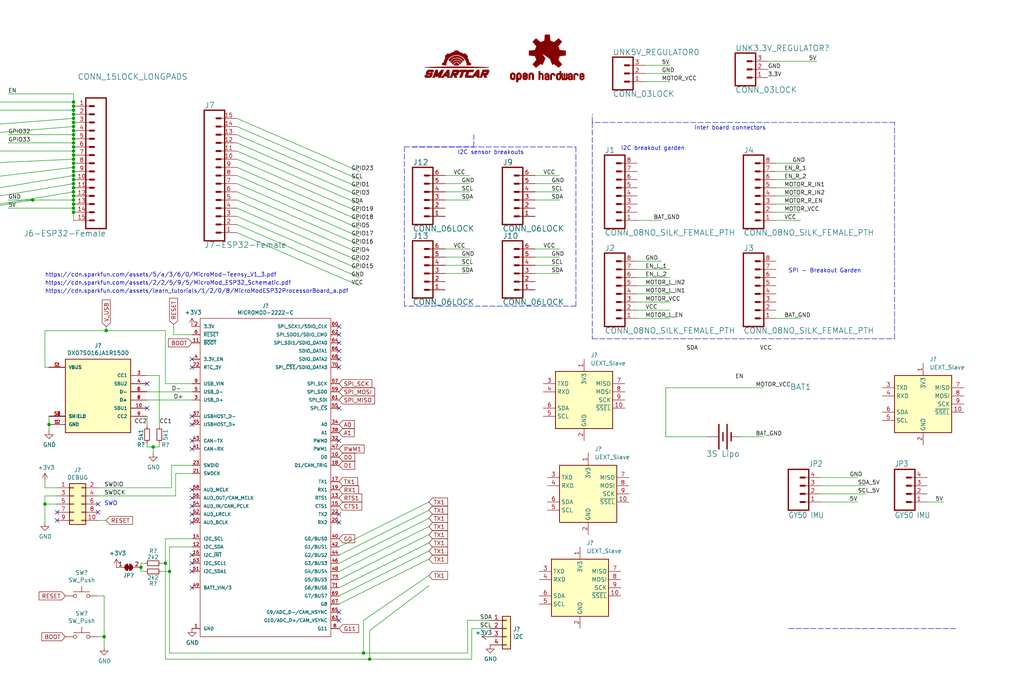
<source format=kicad_sch>
(kicad_sch (version 20211123) (generator eeschema)
  (paper "User" 318.389 210.007)
  (lib_symbols
    (symbol "Connector:UEXT_Slave"
      (property "Reference" "J" (at 6.35 10.16 0))
      (property "Value" "UEXT_Slave" (at 6.35 -10.16 0))
      (symbol "UEXT_Slave_1_1"
        (pin power_out line (at 0 12.7 270) (length 3.81) (name "3V3") (number "1"))
        (pin input line (at 12.7 -2.54 180) (length 3.81) (name "~{SSEL}") (number "10"))
        (pin power_in line (at 0 -12.7 90) (length 3.81) (name "GND") (number "2"))
        (pin input line (at -12.7 5.08 0) (length 3.81) (name "TXD") (number "3"))
        (pin output line (at -12.7 2.54 0) (length 3.81) (name "RXD") (number "4"))
        (pin input line (at -12.7 -5.08 0) (length 3.81) (name "SCL") (number "5"))
        (pin bidirectional line (at -12.7 -2.54 0) (length 3.81) (name "SDA") (number "6"))
        (pin input line (at 12.7 5.08 180) (length 3.81) (name "MISO") (number "7"))
        (pin output line (at 12.7 2.54 180) (length 3.81) (name "MOSI") (number "8"))
        (pin input line (at 12.7 0 180) (length 3.81) (name "SCK") (number "9"))
      )
    )
    (symbol "Connector_Generic:Conn_01x04" (pin_names (offset 1.016) hide)
      (property "Reference" "J" (at 0 5.08 0))
      (property "Value" "Conn_01x04" (at 0 -7.62 0))
      (symbol "Conn_01x04_1_1"
        (pin passive line (at -5.08 2.54 0) (length 3.81) (name "Pin_1") (number "1"))
        (pin passive line (at -5.08 0 0) (length 3.81) (name "Pin_2") (number "2"))
        (pin passive line (at -5.08 -2.54 0) (length 3.81) (name "Pin_3") (number "3"))
        (pin passive line (at -5.08 -5.08 0) (length 3.81) (name "Pin_4") (number "4"))
      )
    )
    (symbol "Connector_Generic:Conn_02x05_Odd_Even" (pin_names (offset 1.016) hide)
      (property "Reference" "J" (at 1.27 7.62 0))
      (property "Value" "Conn_02x05_Odd_Even" (at 1.27 -7.62 0))
      (symbol "Conn_02x05_Odd_Even_1_1"
        (pin passive line (at -5.08 5.08 0) (length 3.81) (name "Pin_1") (number "1"))
        (pin passive line (at 7.62 -5.08 180) (length 3.81) (name "Pin_10") (number "10"))
        (pin passive line (at 7.62 5.08 180) (length 3.81) (name "Pin_2") (number "2"))
        (pin passive line (at -5.08 2.54 0) (length 3.81) (name "Pin_3") (number "3"))
        (pin passive line (at 7.62 2.54 180) (length 3.81) (name "Pin_4") (number "4"))
        (pin passive line (at -5.08 0 0) (length 3.81) (name "Pin_5") (number "5"))
        (pin passive line (at 7.62 0 180) (length 3.81) (name "Pin_6") (number "6"))
        (pin passive line (at -5.08 -2.54 0) (length 3.81) (name "Pin_7") (number "7"))
        (pin passive line (at 7.62 -2.54 180) (length 3.81) (name "Pin_8") (number "8"))
        (pin passive line (at -5.08 -5.08 0) (length 3.81) (name "Pin_9") (number "9"))
      )
    )
    (symbol "Device:R_Small" (pin_numbers hide) (pin_names (offset 0.254) hide)
      (property "Reference" "R" (at 0.762 0.508 0))
      (property "Value" "R_Small" (at 0.762 -1.016 0))
      (symbol "R_Small_1_1"
        (pin passive line (at 0 2.54 270) (length 0.762) (name "~") (number "1"))
        (pin passive line (at 0 -2.54 90) (length 0.762) (name "~") (number "2"))
      )
    )
    (symbol "Jumper:SolderJumper_2_Bridged" (pin_names (offset 0) hide)
      (property "Reference" "JP" (at 0 2.032 0))
      (property "Value" "SolderJumper_2_Bridged" (at 0 -2.54 0))
      (symbol "SolderJumper_2_Bridged_1_1"
        (pin passive line (at -3.81 0 0) (length 2.54) (name "A") (number "1"))
        (pin passive line (at 3.81 0 180) (length 2.54) (name "B") (number "2"))
      )
    )
    (symbol "Switch:SW_Push" (pin_numbers hide) (pin_names (offset 1.016) hide)
      (property "Reference" "SW" (at 1.27 2.54 0))
      (property "Value" "SW_Push" (at 0 -1.524 0))
      (symbol "SW_Push_0_1"
        (pin passive line (at -5.08 0 0) (length 2.54) (name "1") (number "1"))
        (pin passive line (at 5.08 0 180) (length 2.54) (name "2") (number "2"))
      )
    )
    (symbol "mmStep-rescue:+3.3V-power" (power) (pin_names (offset 0))
      (property "Value" "+3.3V-power" (at 0 3.556 0))
      (symbol "+3.3V-power_1_1"
        (pin power_in line (at 0 0 90) (length 0) hide (name "+3V3") (number "1"))
      )
    )
    (symbol "mmStep-rescue:DX07S016JA1R1500-USB" (pin_names (offset 1.016))
      (property "Reference" "J" (at -10.16 11.43 0))
      (property "Value" "DX07S016JA1R1500-USB" (at -10.16 -13.97 0))
      (symbol "DX07S016JA1R1500-USB_0_0"
        (pin power_in line (at 15.24 -10.16 180) (length 5.08) (name "GND") (number "1"))
        (pin passive line (at -15.24 -5.08 0) (length 5.08) (name "SBU1") (number "10"))
        (pin power_in line (at 15.24 7.62 180) (length 5.08) (name "VBUS") (number "11"))
        (pin power_in line (at 15.24 -10.16 180) (length 5.08) (name "GND") (number "12"))
        (pin power_in line (at 15.24 7.62 180) (length 5.08) (name "VBUS") (number "2"))
        (pin passive line (at -15.24 5.08 0) (length 5.08) (name "CC1") (number "3"))
        (pin passive line (at -15.24 2.54 0) (length 5.08) (name "SBU2") (number "4"))
        (pin passive line (at -15.24 0 0) (length 5.08) (name "D-") (number "5"))
        (pin passive line (at -15.24 -2.54 0) (length 5.08) (name "D+") (number "6"))
        (pin passive line (at -15.24 -2.54 0) (length 5.08) (name "D+") (number "7"))
        (pin passive line (at -15.24 0 0) (length 5.08) (name "D-") (number "8"))
        (pin passive line (at -15.24 -7.62 0) (length 5.08) (name "CC2") (number "9"))
        (pin passive line (at 15.24 -7.62 180) (length 5.08) (name "SHIELD") (number "S1"))
        (pin passive line (at 15.24 -7.62 180) (length 5.08) (name "SHIELD") (number "S2"))
        (pin passive line (at 15.24 -7.62 180) (length 5.08) (name "SHIELD") (number "S3"))
        (pin passive line (at 15.24 -7.62 180) (length 5.08) (name "SHIELD") (number "S4"))
        (pin passive line (at 15.24 -7.62 180) (length 5.08) (name "SHIELD") (number "S5"))
        (pin passive line (at 15.24 -7.62 180) (length 5.08) (name "SHIELD") (number "S6"))
      )
    )
    (symbol "mmStep-rescue:MICROMOD-2222-C-SparkFun-MicroMod" (pin_names (offset 1.016))
      (property "Reference" "J" (at -20.32 53.848 0))
      (property "Value" "MICROMOD-2222-C-SparkFun-MicroMod" (at -20.32 -48.26 0))
      (symbol "MICROMOD-2222-C-SparkFun-MicroMod_1_1"
        (pin bidirectional line (at -22.86 -43.18 0) (length 2.54) (name "GND") (number "1"))
        (pin bidirectional line (at 22.86 10.16 180) (length 2.54) (name "D0") (number "10"))
        (pin bidirectional line (at -22.86 45.72 0) (length 2.54) (name "~{BOOT}") (number "11"))
        (pin bidirectional line (at -22.86 -17.78 0) (length 2.54) (name "I2C_SDA") (number "12"))
        (pin bidirectional line (at 22.86 -2.54 180) (length 2.54) (name "RTS1") (number "13"))
        (pin bidirectional line (at -22.86 -15.24 0) (length 2.54) (name "I2C_SCL") (number "14"))
        (pin bidirectional line (at 22.86 -5.08 180) (length 2.54) (name "CTS1") (number "15"))
        (pin bidirectional line (at -22.86 -20.32 0) (length 2.54) (name "I2C_~{INT}") (number "16"))
        (pin bidirectional line (at 22.86 2.54 180) (length 2.54) (name "TX1") (number "17"))
        (pin bidirectional line (at 22.86 7.62 180) (length 2.54) (name "D1/CAM_TRIG") (number "18"))
        (pin bidirectional line (at 22.86 0 180) (length 2.54) (name "RX1") (number "19"))
        (pin power_in line (at -22.86 50.8 0) (length 2.54) (name "3.3V") (number "2"))
        (pin bidirectional line (at 22.86 -10.16 180) (length 2.54) (name "RX2") (number "20"))
        (pin bidirectional line (at -22.86 5.08 0) (length 2.54) (name "SWDCK") (number "21"))
        (pin bidirectional line (at 22.86 -7.62 180) (length 2.54) (name "TX2") (number "22"))
        (pin bidirectional line (at -22.86 7.62 0) (length 2.54) (name "SWDIO") (number "23"))
        (pin bidirectional line (at -22.86 27.94 0) (length 2.54) (name "USB_D+") (number "3"))
        (pin bidirectional line (at 22.86 15.24 180) (length 2.54) (name "PWM0") (number "32"))
        (pin bidirectional line (at -22.86 -43.18 0) (length 2.54) hide (name "GND") (number "33"))
        (pin bidirectional line (at 22.86 20.32 180) (length 2.54) (name "A0") (number "34"))
        (pin bidirectional line (at -22.86 20.32 0) (length 2.54) (name "USBHOST_D+") (number "35"))
        (pin bidirectional line (at -22.86 -43.18 0) (length 2.54) hide (name "GND") (number "36"))
        (pin bidirectional line (at -22.86 22.86 0) (length 2.54) (name "USBHOST_D-") (number "37"))
        (pin bidirectional line (at 22.86 17.78 180) (length 2.54) (name "A1") (number "38"))
        (pin bidirectional line (at -22.86 -43.18 0) (length 2.54) hide (name "GND") (number "39"))
        (pin bidirectional line (at -22.86 40.64 0) (length 2.54) (name "3.3V_EN") (number "4"))
        (pin bidirectional line (at 22.86 -15.24 180) (length 2.54) (name "G0/BUS0") (number "40"))
        (pin bidirectional line (at -22.86 12.7 0) (length 2.54) (name "CAN-RX") (number "41"))
        (pin bidirectional line (at 22.86 -17.78 180) (length 2.54) (name "G1/BUS1") (number "42"))
        (pin bidirectional line (at -22.86 15.24 0) (length 2.54) (name "CAN-TX") (number "43"))
        (pin bidirectional line (at 22.86 -20.32 180) (length 2.54) (name "G2/BUS2") (number "44"))
        (pin bidirectional line (at -22.86 -43.18 0) (length 2.54) hide (name "GND") (number "45"))
        (pin bidirectional line (at 22.86 -22.86 180) (length 2.54) (name "G3/BUS3") (number "46"))
        (pin bidirectional line (at 22.86 12.7 180) (length 2.54) (name "PWM1") (number "47"))
        (pin bidirectional line (at 22.86 -25.4 180) (length 2.54) (name "G4/BUS4") (number "48"))
        (pin bidirectional line (at -22.86 -30.48 0) (length 2.54) (name "BATT_VIN/3") (number "49"))
        (pin bidirectional line (at -22.86 30.48 0) (length 2.54) (name "USB_D-") (number "5"))
        (pin bidirectional line (at -22.86 -10.16 0) (length 2.54) (name "AUD_BCLK") (number "50"))
        (pin bidirectional line (at -22.86 -25.4 0) (length 2.54) (name "I2C_SDA1") (number "51"))
        (pin bidirectional line (at -22.86 -7.62 0) (length 2.54) (name "AUD_LRCLK") (number "52"))
        (pin bidirectional line (at -22.86 -22.86 0) (length 2.54) (name "I2C_SCL1") (number "53"))
        (pin bidirectional line (at -22.86 -5.08 0) (length 2.54) (name "AUD_IN/CAM_PCLK") (number "54"))
        (pin bidirectional line (at 22.86 25.4 180) (length 2.54) (name "SPI_~{CS}") (number "55"))
        (pin bidirectional line (at -22.86 -2.54 0) (length 2.54) (name "AUD_OUT/CAM_MCLK") (number "56"))
        (pin bidirectional line (at 22.86 33.02 180) (length 2.54) (name "SPI_SCK") (number "57"))
        (pin bidirectional line (at -22.86 0 0) (length 2.54) (name "AUD_MCLK") (number "58"))
        (pin bidirectional line (at 22.86 30.48 180) (length 2.54) (name "SPI_SDO") (number "59"))
        (pin bidirectional line (at -22.86 48.26 0) (length 2.54) (name "~{RESET}") (number "6"))
        (pin bidirectional line (at 22.86 50.8 180) (length 2.54) (name "SPI_SCK1/SDIO_CLK") (number "60"))
        (pin bidirectional line (at 22.86 27.94 180) (length 2.54) (name "SPI_SDI") (number "61"))
        (pin bidirectional line (at 22.86 48.26 180) (length 2.54) (name "SPI_SDO1/SDIO_CMD") (number "62"))
        (pin bidirectional line (at 22.86 -40.64 180) (length 2.54) (name "G10/ADC_D+/CAM_VSYNC") (number "63"))
        (pin bidirectional line (at 22.86 45.72 180) (length 2.54) (name "SPI_SDI1/SDIO_DATA0") (number "64"))
        (pin bidirectional line (at 22.86 -38.1 180) (length 2.54) (name "G9/ADC_D-/CAM_HSYNC") (number "65"))
        (pin bidirectional line (at 22.86 43.18 180) (length 2.54) (name "SDIO_DATA1") (number "66"))
        (pin bidirectional line (at 22.86 -35.56 180) (length 2.54) (name "G8") (number "67"))
        (pin bidirectional line (at 22.86 40.64 180) (length 2.54) (name "SDIO_DATA2") (number "68"))
        (pin bidirectional line (at 22.86 -33.02 180) (length 2.54) (name "G7/BUS7") (number "69"))
        (pin bidirectional line (at -22.86 -43.18 0) (length 2.54) hide (name "GND") (number "7"))
        (pin bidirectional line (at 22.86 38.1 180) (length 2.54) (name "SPI_~{CS1}/SDIO_DATA3") (number "70"))
        (pin bidirectional line (at 22.86 -30.48 180) (length 2.54) (name "G6/BUS6") (number "71"))
        (pin bidirectional line (at -22.86 38.1 0) (length 2.54) (name "RTC_3V") (number "72"))
        (pin bidirectional line (at 22.86 -27.94 180) (length 2.54) (name "G5/BUS5") (number "73"))
        (pin power_in line (at -22.86 50.8 0) (length 2.54) hide (name "3.3V") (number "74"))
        (pin bidirectional line (at -22.86 -43.18 0) (length 2.54) hide (name "GND") (number "75"))
        (pin bidirectional line (at 22.86 -43.18 180) (length 2.54) (name "G11") (number "8"))
        (pin bidirectional line (at -22.86 33.02 0) (length 2.54) (name "USB_VIN") (number "9"))
      )
    )
    (symbol "modules_board-eagle-import:AA-BATTERY-PTH"
      (property "Reference" "BAT" (at 0 4.318 0))
      (property "Value" "AA-BATTERY-PTH" (at 0 -4.318 0))
      (symbol "AA-BATTERY-PTH_1_0"
        (pin power_in line (at 5.08 0 180) (length 2.54) (name "-") (number "NEG"))
        (pin power_in line (at -5.08 0 0) (length 2.54) (name "+") (number "POS"))
      )
    )
    (symbol "modules_board-eagle-import:CONN_03LOCK"
      (property "Reference" "J" (at -2.54 5.588 0))
      (property "Value" "CONN_03LOCK" (at -2.54 -7.366 0))
      (symbol "CONN_03LOCK_1_0"
        (pin passive line (at 7.62 -2.54 180) (length 5.08) (name "1") (number "1"))
        (pin passive line (at 7.62 0 180) (length 5.08) (name "2") (number "2"))
        (pin passive line (at 7.62 2.54 180) (length 5.08) (name "3") (number "3"))
      )
    )
    (symbol "modules_board-eagle-import:CONN_06LOCK"
      (property "Reference" "J" (at -5.08 10.668 0))
      (property "Value" "CONN_06LOCK" (at -5.08 -9.906 0))
      (symbol "CONN_06LOCK_1_0"
        (pin passive line (at 5.08 -5.08 180) (length 5.08) (name "1") (number "1"))
        (pin passive line (at 5.08 -2.54 180) (length 5.08) (name "2") (number "2"))
        (pin passive line (at 5.08 0 180) (length 5.08) (name "3") (number "3"))
        (pin passive line (at 5.08 2.54 180) (length 5.08) (name "4") (number "4"))
        (pin passive line (at 5.08 5.08 180) (length 5.08) (name "5") (number "5"))
        (pin passive line (at 5.08 7.62 180) (length 5.08) (name "6") (number "6"))
      )
    )
    (symbol "modules_board-eagle-import:CONN_08NO_SILK_FEMALE_PTH"
      (property "Reference" "J" (at -5.08 13.208 0))
      (property "Value" "CONN_08NO_SILK_FEMALE_PTH" (at -5.08 -12.446 0))
      (symbol "CONN_08NO_SILK_FEMALE_PTH_1_0"
        (pin passive line (at 5.08 -7.62 180) (length 5.08) (name "1") (number "1"))
        (pin passive line (at 5.08 -5.08 180) (length 5.08) (name "2") (number "2"))
        (pin passive line (at 5.08 -2.54 180) (length 5.08) (name "3") (number "3"))
        (pin passive line (at 5.08 0 180) (length 5.08) (name "4") (number "4"))
        (pin passive line (at 5.08 2.54 180) (length 5.08) (name "5") (number "5"))
        (pin passive line (at 5.08 5.08 180) (length 5.08) (name "6") (number "6"))
        (pin passive line (at 5.08 7.62 180) (length 5.08) (name "7") (number "7"))
        (pin passive line (at 5.08 10.16 180) (length 5.08) (name "8") (number "8"))
      )
    )
    (symbol "modules_board-eagle-import:CONN_15LOCK_LONGPADS"
      (property "Reference" "J" (at 0 20.828 0))
      (property "Value" "CONN_15LOCK_LONGPADS" (at 0 -22.606 0))
      (symbol "CONN_15LOCK_LONGPADS_1_0"
        (pin passive line (at 10.16 -17.78 180) (length 5.08) (name "1") (number "1"))
        (pin passive line (at 10.16 5.08 180) (length 5.08) (name "10") (number "10"))
        (pin passive line (at 10.16 7.62 180) (length 5.08) (name "11") (number "11"))
        (pin passive line (at 10.16 10.16 180) (length 5.08) (name "12") (number "12"))
        (pin passive line (at 10.16 12.7 180) (length 5.08) (name "13") (number "13"))
        (pin passive line (at 10.16 15.24 180) (length 5.08) (name "14") (number "14"))
        (pin passive line (at 10.16 17.78 180) (length 5.08) (name "15") (number "15"))
        (pin passive line (at 10.16 -15.24 180) (length 5.08) (name "2") (number "2"))
        (pin passive line (at 10.16 -12.7 180) (length 5.08) (name "3") (number "3"))
        (pin passive line (at 10.16 -10.16 180) (length 5.08) (name "4") (number "4"))
        (pin passive line (at 10.16 -7.62 180) (length 5.08) (name "5") (number "5"))
        (pin passive line (at 10.16 -5.08 180) (length 5.08) (name "6") (number "6"))
        (pin passive line (at 10.16 -2.54 180) (length 5.08) (name "7") (number "7"))
        (pin passive line (at 10.16 0 180) (length 5.08) (name "8") (number "8"))
        (pin passive line (at 10.16 2.54 180) (length 5.08) (name "9") (number "9"))
      )
    )
    (symbol "modules_board-eagle-import:CONN_15LOCK_NO_SILK"
      (property "Reference" "J" (at 0 20.828 0))
      (property "Value" "CONN_15LOCK_NO_SILK" (at 0 -22.606 0))
      (symbol "CONN_15LOCK_NO_SILK_1_0"
        (pin passive line (at 10.16 -17.78 180) (length 5.08) (name "1") (number "1"))
        (pin passive line (at 10.16 5.08 180) (length 5.08) (name "10") (number "10"))
        (pin passive line (at 10.16 7.62 180) (length 5.08) (name "11") (number "11"))
        (pin passive line (at 10.16 10.16 180) (length 5.08) (name "12") (number "12"))
        (pin passive line (at 10.16 12.7 180) (length 5.08) (name "13") (number "13"))
        (pin passive line (at 10.16 15.24 180) (length 5.08) (name "14") (number "14"))
        (pin passive line (at 10.16 17.78 180) (length 5.08) (name "15") (number "15"))
        (pin passive line (at 10.16 -15.24 180) (length 5.08) (name "2") (number "2"))
        (pin passive line (at 10.16 -12.7 180) (length 5.08) (name "3") (number "3"))
        (pin passive line (at 10.16 -10.16 180) (length 5.08) (name "4") (number "4"))
        (pin passive line (at 10.16 -7.62 180) (length 5.08) (name "5") (number "5"))
        (pin passive line (at 10.16 -5.08 180) (length 5.08) (name "6") (number "6"))
        (pin passive line (at 10.16 -2.54 180) (length 5.08) (name "7") (number "7"))
        (pin passive line (at 10.16 0 180) (length 5.08) (name "8") (number "8"))
        (pin passive line (at 10.16 2.54 180) (length 5.08) (name "9") (number "9"))
      )
    )
    (symbol "modules_board-eagle-import:M04NO_SILK_ALL_ROUND"
      (property "Reference" "JP" (at -5.08 8.382 0))
      (property "Value" "M04NO_SILK_ALL_ROUND" (at -5.08 -7.62 0))
      (symbol "M04NO_SILK_ALL_ROUND_1_0"
        (pin passive line (at 5.08 -2.54 180) (length 5.08) (name "1") (number "1"))
        (pin passive line (at 5.08 0 180) (length 5.08) (name "2") (number "2"))
        (pin passive line (at 5.08 2.54 180) (length 5.08) (name "3") (number "3"))
        (pin passive line (at 5.08 5.08 180) (length 5.08) (name "4") (number "4"))
      )
    )
    (symbol "modules_board-eagle-import:OSHW-LOGOL")
    (symbol "modules_board-eagle-import:SMARTCAR_LOGOMEDIUM")
    (symbol "power:+3V3" (power) (pin_names (offset 0))
      (property "Value" "+3V3" (at 0 3.556 0))
      (symbol "+3V3_1_1"
        (pin power_in line (at 0 0 90) (length 0) hide (name "+3V3") (number "1"))
      )
    )
    (symbol "power:GND" (power) (pin_names (offset 0))
      (property "Value" "GND" (at 0 -3.81 0))
      (symbol "GND_1_1"
        (pin power_in line (at 0 0 270) (length 0) hide (name "GND") (number "1"))
      )
    )
  )
  (junction (at 22.86 49.53))
  (junction (at 22.86 53.34))
  (junction (at 22.86 63.5))
  (junction (at 22.86 64.77))
  (junction (at 22.86 33.02))
  (junction (at 22.86 60.96))
  (junction (at 32.385 198.12))
  (junction (at 22.86 62.23))
  (junction (at 22.86 44.45))
  (junction (at 22.86 36.83))
  (junction (at 22.86 54.61))
  (junction (at 114.935 205.105))
  (junction (at 52.705 177.8))
  (junction (at 22.86 66.04))
  (junction (at 13.97 156.845))
  (junction (at 22.86 35.56))
  (junction (at 22.86 31.75))
  (junction (at 22.86 43.18))
  (junction (at 22.86 59.69))
  (junction (at 22.86 34.29))
  (junction (at 22.86 50.8))
  (junction (at 22.86 40.64))
  (junction (at 22.86 57.15))
  (junction (at 10.16 62.23))
  (junction (at 15.24 132.08))
  (junction (at 43.815 176.53))
  (junction (at 22.86 58.42))
  (junction (at 22.86 41.91))
  (junction (at 22.86 38.1))
  (junction (at 33.02 102.87))
  (junction (at 22.86 39.37))
  (junction (at 22.86 46.99))
  (junction (at 22.86 55.88))
  (junction (at 47.625 139.065))
  (junction (at 22.86 45.72))
  (junction (at 22.86 52.07))
  (junction (at 113.03 203.2))
  (junction (at 51.435 175.26))
  (junction (at 22.86 48.26))
  (no_connect (at 59.69 162.56))
  (no_connect (at 105.41 162.56))
  (no_connect (at 59.69 182.88))
  (no_connect (at 17.78 159.385))
  (no_connect (at 105.41 190.5))
  (no_connect (at 105.41 193.04))
  (no_connect (at 59.69 111.76))
  (no_connect (at 17.78 161.925))
  (no_connect (at 59.69 152.4))
  (no_connect (at 59.69 160.02))
  (no_connect (at 59.69 157.48))
  (no_connect (at 59.69 154.94))
  (no_connect (at 105.41 106.68))
  (no_connect (at 59.69 177.8))
  (no_connect (at 105.41 109.22))
  (no_connect (at 59.69 129.54))
  (no_connect (at 59.69 172.72))
  (no_connect (at 59.69 132.08))
  (no_connect (at 105.41 114.3))
  (no_connect (at 45.72 119.38))
  (no_connect (at 59.69 175.26))
  (no_connect (at 105.41 104.14))
  (no_connect (at 59.69 137.16))
  (no_connect (at 105.41 137.16))
  (no_connect (at 30.48 156.845))
  (no_connect (at 59.69 114.3))
  (no_connect (at 30.48 159.385))
  (no_connect (at 105.41 101.6))
  (no_connect (at 105.41 127))
  (no_connect (at 105.41 111.76))
  (no_connect (at 105.41 160.02))
  (no_connect (at 45.72 127))
  (no_connect (at 59.69 139.7))
  (wire (pts (xy 22.86 41.91) (xy 2.54 41.91)))
  (wire (pts (xy 22.86 55.88) (xy 22.86 54.61)))
  (wire (pts (xy 198.12 99.06) (xy 208.28 99.06)))
  (wire (pts (xy 152.4 195.58) (xy 146.685 195.58)))
  (wire (pts (xy 22.86 66.04) (xy 22.86 64.77)))
  (polyline (pts (xy 184.15 38.1) (xy 184.15 105.41)))
  (wire (pts (xy 13.97 151.765) (xy 13.97 149.86)))
  (wire (pts (xy 30.48 154.305) (xy 54.61 154.305)))
  (wire (pts (xy 207.01 135.89) (xy 219.71 135.89)))
  (wire (pts (xy 241.3 68.58) (xy 248.92 68.58)))
  (wire (pts (xy 73.66 72.39) (xy 111.76 88.9)))
  (wire (pts (xy 22.86 57.15) (xy 22.86 55.88)))
  (wire (pts (xy 51.435 119.38) (xy 51.435 102.87)))
  (polyline (pts (xy 297.18 195.58) (xy 245.11 195.58)))
  (wire (pts (xy 255.27 156.21) (xy 266.7 156.21)))
  (wire (pts (xy 198.12 88.9) (xy 208.28 88.9)))
  (wire (pts (xy 22.86 38.1) (xy 22.86 36.83)))
  (wire (pts (xy 200.66 20.32) (xy 208.28 20.32)))
  (wire (pts (xy 22.86 45.72) (xy 22.86 44.45)))
  (wire (pts (xy 32.385 198.12) (xy 32.385 185.42)))
  (polyline (pts (xy 125.73 95.25) (xy 125.73 45.72)))
  (wire (pts (xy 114.935 196.215) (xy 133.35 182.245)))
  (wire (pts (xy 52.705 203.2) (xy 52.705 177.8)))
  (wire (pts (xy 51.435 175.26) (xy 51.435 205.105)))
  (wire (pts (xy 13.97 114.3) (xy 15.24 114.3)))
  (wire (pts (xy 50.165 177.8) (xy 52.705 177.8)))
  (wire (pts (xy 105.41 185.42) (xy 133.35 171.45)))
  (wire (pts (xy 22.86 53.34) (xy 22.86 52.07)))
  (wire (pts (xy 22.86 46.99) (xy -22.86 46.99)))
  (wire (pts (xy 207.01 120.65) (xy 237.49 120.65)))
  (wire (pts (xy 22.86 59.69) (xy 22.86 58.42)))
  (wire (pts (xy 22.86 34.29) (xy 22.86 33.02)))
  (wire (pts (xy 43.815 176.53) (xy 43.815 177.8)))
  (wire (pts (xy 255.27 148.59) (xy 266.7 148.59)))
  (wire (pts (xy 30.48 151.765) (xy 53.34 151.765)))
  (wire (pts (xy 241.3 58.42) (xy 248.92 58.42)))
  (wire (pts (xy 241.3 50.8) (xy 248.92 50.8)))
  (wire (pts (xy 138.43 80.01) (xy 146.05 80.01)))
  (wire (pts (xy 53.975 104.14) (xy 59.69 104.14)))
  (wire (pts (xy 10.16 62.23) (xy 2.54 62.23)))
  (wire (pts (xy 13.97 156.845) (xy 13.97 162.56)))
  (wire (pts (xy 17.78 151.765) (xy 13.97 151.765)))
  (wire (pts (xy 43.815 177.8) (xy 45.085 177.8)))
  (wire (pts (xy 22.86 64.77) (xy 22.86 63.5)))
  (wire (pts (xy 22.86 31.75) (xy -10.16 31.75)))
  (wire (pts (xy 22.86 33.02) (xy 22.86 31.75)))
  (wire (pts (xy 53.34 144.78) (xy 59.69 144.78)))
  (wire (pts (xy 22.86 49.53) (xy 22.86 48.26)))
  (wire (pts (xy 22.86 34.29) (xy -10.16 34.29)))
  (polyline (pts (xy 278.13 105.41) (xy 278.13 38.1)))
  (wire (pts (xy 200.66 25.4) (xy 208.28 25.4)))
  (wire (pts (xy 13.97 102.87) (xy 13.97 114.3)))
  (wire (pts (xy 73.66 46.99) (xy 111.76 63.5)))
  (wire (pts (xy 146.685 195.58) (xy 146.685 205.105)))
  (wire (pts (xy 238.76 19.05) (xy 254 19.05)))
  (wire (pts (xy 73.66 64.77) (xy 111.76 81.28)))
  (wire (pts (xy -5.08 50.8) (xy -26.67 53.34)))
  (wire (pts (xy 138.43 57.15) (xy 146.05 57.15)))
  (wire (pts (xy 47.625 140.97) (xy 47.625 139.065)))
  (wire (pts (xy 166.37 62.23) (xy 173.99 62.23)))
  (wire (pts (xy 166.37 54.61) (xy 173.99 54.61)))
  (wire (pts (xy 138.43 59.69) (xy 146.05 59.69)))
  (polyline (pts (xy 128.27 45.72) (xy 179.07 45.72)))
  (wire (pts (xy 255.27 153.67) (xy 269.24 153.67)))
  (wire (pts (xy 241.3 55.88) (xy 248.92 55.88)))
  (wire (pts (xy 166.37 85.09) (xy 173.99 85.09)))
  (wire (pts (xy 22.86 36.83) (xy -10.16 39.37)))
  (wire (pts (xy 52.705 170.18) (xy 59.69 170.18)))
  (wire (pts (xy 73.66 36.83) (xy 111.76 53.34)))
  (wire (pts (xy 166.37 57.15) (xy 173.99 57.15)))
  (wire (pts (xy 43.815 175.26) (xy 43.815 176.53)))
  (wire (pts (xy 22.86 43.18) (xy 22.86 41.91)))
  (wire (pts (xy 105.41 170.18) (xy 133.35 156.21)))
  (wire (pts (xy 22.86 36.83) (xy 22.86 35.56)))
  (wire (pts (xy 166.37 77.47) (xy 173.99 77.47)))
  (wire (pts (xy 105.41 177.8) (xy 133.35 163.83)))
  (wire (pts (xy 22.86 68.58) (xy 22.86 66.04)))
  (wire (pts (xy 15.24 133.985) (xy 15.24 132.08)))
  (wire (pts (xy 22.86 54.61) (xy 22.86 53.34)))
  (polyline (pts (xy 278.13 38.1) (xy 184.15 38.1)))
  (wire (pts (xy 32.385 185.42) (xy 30.48 185.42)))
  (wire (pts (xy 22.86 44.45) (xy 22.86 43.18)))
  (wire (pts (xy 59.69 167.64) (xy 51.435 167.64)))
  (wire (pts (xy 22.86 64.77) (xy 2.54 64.77)))
  (wire (pts (xy 73.66 62.23) (xy 111.76 78.74)))
  (wire (pts (xy -8.89 60.96) (xy 0 60.96)))
  (wire (pts (xy 59.69 119.38) (xy 51.435 119.38)))
  (wire (pts (xy 241.3 60.96) (xy 248.92 60.96)))
  (wire (pts (xy 73.66 59.69) (xy 111.76 76.2)))
  (wire (pts (xy 241.3 99.06) (xy 248.92 99.06)))
  (wire (pts (xy 51.435 205.105) (xy 114.935 205.105)))
  (wire (pts (xy 73.66 67.31) (xy 111.76 83.82)))
  (wire (pts (xy 229.87 135.89) (xy 237.49 135.89)))
  (wire (pts (xy 22.86 52.07) (xy 22.86 50.8)))
  (wire (pts (xy 145.415 193.04) (xy 152.4 193.04)))
  (wire (pts (xy -8.89 55.88) (xy 22.86 52.07)))
  (wire (pts (xy 241.3 53.34) (xy 248.92 53.34)))
  (wire (pts (xy 33.02 102.87) (xy 51.435 102.87)))
  (wire (pts (xy -5.08 50.8) (xy 22.86 49.53)))
  (wire (pts (xy 198.12 91.44) (xy 208.28 91.44)))
  (wire (pts (xy 22.86 48.26) (xy 22.86 46.99)))
  (polyline (pts (xy 184.15 38.1) (xy 184.15 35.56)))
  (wire (pts (xy 0 60.96) (xy 22.86 57.15)))
  (wire (pts (xy 0 58.42) (xy 22.86 54.61)))
  (wire (pts (xy -8.89 58.42) (xy 0 58.42)))
  (wire (pts (xy 22.86 40.64) (xy 22.86 39.37)))
  (wire (pts (xy 207.01 120.65) (xy 207.01 135.89)))
  (polyline (pts (xy 179.07 45.72) (xy 179.07 95.25)))
  (wire (pts (xy -7.62 64.77) (xy -20.32 67.31)))
  (wire (pts (xy 138.43 54.61) (xy 146.05 54.61)))
  (wire (pts (xy 49.53 116.84) (xy 45.72 116.84)))
  (wire (pts (xy 198.12 81.28) (xy 205.74 81.28)))
  (wire (pts (xy 45.085 175.26) (xy 43.815 175.26)))
  (wire (pts (xy -8.89 55.88) (xy -26.67 55.88)))
  (wire (pts (xy 138.43 82.55) (xy 146.05 82.55)))
  (polyline (pts (xy 184.15 105.41) (xy 278.13 105.41)))
  (wire (pts (xy 105.41 175.26) (xy 133.35 161.29)))
  (wire (pts (xy 138.43 62.23) (xy 146.05 62.23)))
  (wire (pts (xy 73.66 44.45) (xy 111.76 60.96)))
  (wire (pts (xy 288.29 156.21) (xy 293.37 156.21)))
  (wire (pts (xy 114.935 205.105) (xy 114.935 196.215)))
  (wire (pts (xy 73.66 52.07) (xy 111.76 68.58)))
  (wire (pts (xy 59.69 147.32) (xy 54.61 147.32)))
  (wire (pts (xy 198.12 86.36) (xy 208.28 86.36)))
  (wire (pts (xy 22.86 58.42) (xy 22.86 57.15)))
  (wire (pts (xy 105.41 182.88) (xy 133.35 168.91)))
  (wire (pts (xy 73.66 54.61) (xy 111.76 71.12)))
  (wire (pts (xy 22.86 63.5) (xy 22.86 62.23)))
  (wire (pts (xy 22.86 62.23) (xy 10.16 62.23)))
  (wire (pts (xy 166.37 82.55) (xy 173.99 82.55)))
  (wire (pts (xy 33.02 102.87) (xy 13.97 102.87)))
  (wire (pts (xy 22.86 41.91) (xy 22.86 40.64)))
  (wire (pts (xy 22.86 39.37) (xy 22.86 38.1)))
  (wire (pts (xy 255.27 151.13) (xy 269.24 151.13)))
  (wire (pts (xy 166.37 59.69) (xy 173.99 59.69)))
  (wire (pts (xy 49.53 139.065) (xy 49.53 137.795)))
  (wire (pts (xy -7.62 64.77) (xy 22.86 59.69)))
  (wire (pts (xy 105.41 187.96) (xy 133.35 173.99)))
  (wire (pts (xy 52.705 177.8) (xy 52.705 170.18)))
  (wire (pts (xy 145.415 203.2) (xy 145.415 193.04)))
  (wire (pts (xy -20.32 67.31) (xy 10.16 62.23)))
  (wire (pts (xy 73.66 39.37) (xy 111.76 55.88)))
  (wire (pts (xy 52.705 203.2) (xy 113.03 203.2)))
  (wire (pts (xy 138.43 85.09) (xy 146.05 85.09)))
  (wire (pts (xy 113.03 203.2) (xy 113.03 193.04)))
  (wire (pts (xy 45.72 137.795) (xy 45.72 139.065)))
  (polyline (pts (xy 125.73 45.72) (xy 147.32 45.72)))
  (wire (pts (xy 30.48 198.12) (xy 32.385 198.12)))
  (wire (pts (xy 45.72 132.715) (xy 45.72 129.54)))
  (wire (pts (xy 200.66 22.86) (xy 208.28 22.86)))
  (wire (pts (xy 113.03 193.04) (xy 133.35 179.07)))
  (wire (pts (xy 32.385 201.295) (xy 32.385 198.12)))
  (wire (pts (xy 53.34 144.78) (xy 53.34 151.765)))
  (wire (pts (xy 49.53 132.715) (xy 49.53 116.84)))
  (wire (pts (xy 113.03 203.2) (xy 145.415 203.2)))
  (wire (pts (xy 22.86 62.23) (xy 22.86 60.96)))
  (wire (pts (xy 73.66 57.15) (xy 111.76 73.66)))
  (wire (pts (xy 198.12 96.52) (xy 208.28 96.52)))
  (wire (pts (xy 22.86 29.21) (xy 22.86 31.75)))
  (wire (pts (xy 47.625 139.065) (xy 49.53 139.065)))
  (wire (pts (xy 138.43 77.47) (xy 146.05 77.47)))
  (wire (pts (xy 241.3 66.04) (xy 248.92 66.04)))
  (wire (pts (xy 166.37 80.01) (xy 173.99 80.01)))
  (wire (pts (xy 50.165 175.26) (xy 51.435 175.26)))
  (wire (pts (xy 13.97 154.305) (xy 13.97 156.845)))
  (wire (pts (xy 22.86 35.56) (xy 22.86 34.29)))
  (wire (pts (xy 53.975 100.965) (xy 53.975 104.14)))
  (wire (pts (xy 105.41 172.72) (xy 133.35 158.75)))
  (wire (pts (xy 45.72 121.92) (xy 59.69 121.92)))
  (polyline (pts (xy 179.07 95.25) (xy 125.73 95.25)))
  (wire (pts (xy 15.24 129.54) (xy 15.24 132.08)))
  (wire (pts (xy 51.435 167.64) (xy 51.435 175.26)))
  (wire (pts (xy 45.72 139.065) (xy 47.625 139.065)))
  (wire (pts (xy -8.89 58.42) (xy -21.59 60.96)))
  (wire (pts (xy 22.86 39.37) (xy -8.89 41.91)))
  (wire (pts (xy 17.78 154.305) (xy 13.97 154.305)))
  (wire (pts (xy 22.86 44.45) (xy 2.54 44.45)))
  (wire (pts (xy 45.72 124.46) (xy 59.69 124.46)))
  (wire (pts (xy 73.66 49.53) (xy 111.76 66.04)))
  (wire (pts (xy 198.12 68.58) (xy 205.74 68.58)))
  (wire (pts (xy -8.89 60.96) (xy -21.59 63.5)))
  (wire (pts (xy 146.685 205.105) (xy 114.935 205.105)))
  (wire (pts (xy 198.12 93.98) (xy 208.28 93.98)))
  (polyline (pts (xy 147.32 45.72) (xy 147.32 41.91)))
  (wire (pts (xy 73.66 69.85) (xy 111.76 86.36)))
  (wire (pts (xy 198.12 83.82) (xy 208.28 83.82)))
  (wire (pts (xy 73.66 41.91) (xy 111.76 58.42)))
  (wire (pts (xy 30.48 161.925) (xy 33.02 161.925)))
  (wire (pts (xy 241.3 63.5) (xy 248.92 63.5)))
  (wire (pts (xy 22.86 50.8) (xy 22.86 49.53)))
  (wire (pts (xy 54.61 147.32) (xy 54.61 154.305)))
  (wire (pts (xy 17.78 156.845) (xy 13.97 156.845)))
  (wire (pts (xy 105.41 180.34) (xy 133.35 166.37)))
  (wire (pts (xy 22.86 29.21) (xy 2.54 29.21)))
  (wire (pts (xy 33.02 101.6) (xy 33.02 102.87)))
  (wire (pts (xy 22.86 60.96) (xy 22.86 59.69)))
  (wire (pts (xy 22.86 46.99) (xy 22.86 45.72)))
  (text "https://cdn.sparkfun.com/assets/5/a/3/6/0/MicroMod-Teensy_V1_3.pdf" (at 13.97 86.36 0) (effects (font (size 1.27 1.27)) (justify left bottom)))
  (text "SWO" (at 32.385 157.48 0) (effects (font (size 1.27 1.27)) (justify left bottom)))
  (text "https://cdn.sparkfun.com/assets/2/2/5/9/5/MicroMod_ESP32_Schematic.pdf" (at 13.97 88.9 0) (effects (font (size 1.27 1.27)) (justify left bottom)))
  (text "I2C breakout garden" (at 193.04 46.99 0) (effects (font (size 1.27 1.27)) (justify left bottom)))
  (text "SPI - Breakout Garden" (at 245.11 85.09 0) (effects (font (size 1.27 1.27)) (justify left bottom)))
  (text "I2C sensor breakouts" (at 142.24 48.26 0) (effects (font (size 1.27 1.27)) (justify left bottom)))
  (text "Inter board connectors" (at 215.9 40.64 0) (effects (font (size 1.27 1.27)) (justify left bottom)))
  (text "https://cdn.sparkfun.com/assets/learn_tutorials/1/2/0/8/MicroModESP32ProcessorBoard_a.pdf" (at 13.97 91.44 0) (effects (font (size 1.27 1.27)) (justify left bottom)))
  (label "VCC" (at 236.22 109.22 0) (effects (font (size 1.2446 1.2446))))
  (label "SDA" (at 171.45 62.23 0) (effects (font (size 1.2446 1.2446))))
  (label "GPIO23" (at 109.22 53.34 0) (effects (font (size 1.2446 1.2446))))
  (label "SCL" (at 109.22 55.88 0) (effects (font (size 1.2446 1.2446))))
  (label "SDA" (at 109.22 63.5 0) (effects (font (size 1.2446 1.2446))))
  (label "SCL" (at 143.51 59.69 0) (effects (font (size 1.2446 1.2446))))
  (label "GPIO4" (at 109.22 78.74 0) (effects (font (size 1.2446 1.2446))))
  (label "GPIO3" (at 109.22 60.96 0) (effects (font (size 1.2446 1.2446))))
  (label "5V" (at 2.54 64.77 0) (effects (font (size 1.2446 1.2446))))
  (label "BAT_GND" (at 243.84 99.06 0) (effects (font (size 1.2446 1.2446))))
  (label "MOTOR_L_IN1" (at 200.66 91.44 0) (effects (font (size 1.2446 1.2446))))
  (label "EN_L_2" (at 200.66 86.36 0) (effects (font (size 1.2446 1.2446))))
  (label "SCL" (at 171.45 82.55 0) (effects (font (size 1.2446 1.2446))))
  (label "MOTOR_R_IN2" (at -21.59 63.5 0) (effects (font (size 1.2446 1.2446))))
  (label "GPIO15" (at 109.22 83.82 0) (effects (font (size 1.2446 1.2446))))
  (label "MOTOR_VCC" (at 200.66 93.98 0) (effects (font (size 1.2446 1.2446))))
  (label "CC1" (at 49.53 132.08 0))
  (label "VCC" (at 168.91 77.47 0) (effects (font (size 1.2446 1.2446))))
  (label "GND" (at 171.45 80.01 0) (effects (font (size 1.2446 1.2446))))
  (label "5V" (at 205.74 20.32 0) (effects (font (size 1.2446 1.2446))))
  (label "MOTOR_L_EN" (at -26.67 55.88 0) (effects (font (size 1.2446 1.2446))))
  (label "VCC" (at 243.84 68.58 0) (effects (font (size 1.2446 1.2446))))
  (label "GPIO19" (at 109.22 66.04 0) (effects (font (size 1.2446 1.2446))))
  (label "SCL" (at 171.45 59.69 0) (effects (font (size 1.2446 1.2446))))
  (label "GND" (at 109.22 86.36 0) (effects (font (size 1.2446 1.2446))))
  (label "GND" (at 200.66 81.28 0) (effects (font (size 1.2446 1.2446))))
  (label "GPIO32" (at 2.54 41.91 0) (effects (font (size 1.2446 1.2446))))
  (label "SWDIO" (at 32.385 151.765 0))
  (label "MOTOR_R_IN1" (at -21.59 60.96 0) (effects (font (size 1.2446 1.2446))))
  (label "GPIO17" (at 109.22 73.66 0) (effects (font (size 1.2446 1.2446))))
  (label "GND" (at 2.54 62.23 0) (effects (font (size 1.2446 1.2446))))
  (label "GPIO2" (at 109.22 81.28 0) (effects (font (size 1.2446 1.2446))))
  (label "GND" (at 264.16 148.59 0) (effects (font (size 1.2446 1.2446))))
  (label "MOTOR_L_EN" (at 200.66 99.06 0) (effects (font (size 1.2446 1.2446))))
  (label "GND" (at 246.38 50.8 0) (effects (font (size 1.2446 1.2446))))
  (label "5V" (at 251.46 19.05 0) (effects (font (size 1.2446 1.2446))))
  (label "SDA_5V" (at 266.7 151.13 0) (effects (font (size 1.2446 1.2446))))
  (label "GND" (at 143.51 80.01 0) (effects (font (size 1.2446 1.2446))))
  (label "SDA" (at 213.36 109.22 0) (effects (font (size 1.2446 1.2446))))
  (label "EN_L_2" (at -10.16 34.29 0) (effects (font (size 1.2446 1.2446))))
  (label "SDA" (at 171.45 85.09 0) (effects (font (size 1.2446 1.2446))))
  (label "EN" (at 228.6 118.11 0) (effects (font (size 1.2446 1.2446))))
  (label "GND" (at 205.74 22.86 0) (effects (font (size 1.2446 1.2446))))
  (label "SDA" (at 149.225 193.04 0))
  (label "GND" (at 238.76 21.59 0) (effects (font (size 1.2446 1.2446))))
  (label "SCL" (at 149.225 195.58 0))
  (label "GPIO33" (at 2.54 44.45 0) (effects (font (size 1.2446 1.2446))))
  (label "MOTOR_L_IN2" (at -26.67 53.34 0) (effects (font (size 1.2446 1.2446))))
  (label "5V" (at 264.16 156.21 0) (effects (font (size 1.2446 1.2446))))
  (label "VCC" (at 200.66 96.52 0) (effects (font (size 1.2446 1.2446))))
  (label "MOTOR_VCC" (at 243.84 66.04 0) (effects (font (size 1.2446 1.2446))))
  (label "VCC" (at 109.22 88.9 0) (effects (font (size 1.2446 1.2446))))
  (label "EN_L_1" (at 200.66 83.82 0) (effects (font (size 1.2446 1.2446))))
  (label "BAT_GND" (at 234.95 135.89 0) (effects (font (size 1.2446 1.2446))))
  (label "5V" (at 290.83 156.21 0) (effects (font (size 1.2446 1.2446))))
  (label "VCC" (at 168.91 54.61 0) (effects (font (size 1.2446 1.2446))))
  (label "MOTOR_L_IN2" (at 200.66 88.9 0) (effects (font (size 1.2446 1.2446))))
  (label "SCL" (at 143.51 82.55 0) (effects (font (size 1.2446 1.2446))))
  (label "GND" (at 143.51 57.15 0) (effects (font (size 1.2446 1.2446))))
  (label "EN_L_1" (at -10.16 31.75 0) (effects (font (size 1.2446 1.2446))))
  (label "SWDCK" (at 32.385 154.305 0))
  (label "3.3V" (at 238.76 24.13 0) (effects (font (size 1.2446 1.2446))))
  (label "GPIO5" (at 109.22 71.12 0) (effects (font (size 1.2446 1.2446))))
  (label "SDA" (at 143.51 85.09 0) (effects (font (size 1.2446 1.2446))))
  (label "MOTOR_VCC" (at 234.95 120.65 0) (effects (font (size 1.2446 1.2446))))
  (label "EN_R_2" (at 243.84 55.88 0) (effects (font (size 1.2446 1.2446))))
  (label "D-" (at 53.34 121.92 0))
  (label "MOTOR_R_EN" (at -20.32 67.31 0) (effects (font (size 1.2446 1.2446))))
  (label "EN_R_1" (at -10.16 39.37 0) (effects (font (size 1.2446 1.2446))))
  (label "D+" (at 53.975 124.46 0))
  (label "MOTOR_R_EN" (at 243.84 63.5 0) (effects (font (size 1.2446 1.2446))))
  (label "MOTOR_R_IN1" (at 243.84 58.42 0) (effects (font (size 1.2446 1.2446))))
  (label "VCC" (at 140.97 77.47 0) (effects (font (size 1.2446 1.2446))))
  (label "EN_R_1" (at 243.84 53.34 0) (effects (font (size 1.2446 1.2446))))
  (label "BAT_GND" (at 203.2 68.58 0) (effects (font (size 1.2446 1.2446))))
  (label "GND" (at 171.45 57.15 0) (effects (font (size 1.2446 1.2446))))
  (label "GPIO1" (at 109.22 58.42 0) (effects (font (size 1.2446 1.2446))))
  (label "EN" (at 2.54 29.21 0) (effects (font (size 1.2446 1.2446))))
  (label "MOTOR_VCC" (at 205.74 25.4 0) (effects (font (size 1.2446 1.2446))))
  (label "MOTOR_L_IN1" (at -22.86 46.99 0) (effects (font (size 1.2446 1.2446))))
  (label "GPIO16" (at 109.22 76.2 0) (effects (font (size 1.2446 1.2446))))
  (label "MOTOR_R_IN2" (at 243.84 60.96 0) (effects (font (size 1.2446 1.2446))))
  (label "VCC" (at 140.97 54.61 0) (effects (font (size 1.2446 1.2446))))
  (label "EN_R_2" (at -8.89 41.91 0) (effects (font (size 1.2446 1.2446))))
  (label "GPIO18" (at 109.22 68.58 0) (effects (font (size 1.2446 1.2446))))
  (label "SDA" (at 143.51 62.23 0) (effects (font (size 1.2446 1.2446))))
  (label "CC2" (at 45.72 132.08 180))
  (label "SCL_5V" (at 266.7 153.67 0) (effects (font (size 1.2446 1.2446))))
  (global_label "V_USB" (shape input) (at 33.02 101.6 90) (property "Intersheet References" "${INTERSHEET_REFS}" (effects hide)))
  (global_label "BOOT" (shape input) (at 20.32 198.12 180) (property "Intersheet References" "${INTERSHEET_REFS}" (effects hide)))
  (global_label "TX1" (shape input) (at 133.35 168.91 0) (property "Intersheet References" "${INTERSHEET_REFS}" (effects hide)))
  (global_label "D0" (shape input) (at 105.41 142.24 0) (property "Intersheet References" "${INTERSHEET_REFS}" (effects hide)))
  (global_label "TX1" (shape input) (at 133.35 173.99 0) (property "Intersheet References" "${INTERSHEET_REFS}" (effects hide)))
  (global_label "SPI_MISO" (shape input) (at 105.41 124.46 0) (property "Intersheet References" "${INTERSHEET_REFS}" (effects hide)))
  (global_label "RESET" (shape input) (at 33.02 161.925 0) (property "Intersheet References" "${INTERSHEET_REFS}" (effects hide)))
  (global_label "PWM1" (shape input) (at 105.41 139.7 0) (property "Intersheet References" "${INTERSHEET_REFS}" (effects hide)))
  (global_label "RTS1" (shape input) (at 105.41 154.94 0) (property "Intersheet References" "${INTERSHEET_REFS}" (effects hide)))
  (global_label "TX1" (shape input) (at 133.35 166.37 0) (property "Intersheet References" "${INTERSHEET_REFS}" (effects hide)))
  (global_label "G11" (shape input) (at 105.41 195.58 0) (property "Intersheet References" "${INTERSHEET_REFS}" (effects hide)))
  (global_label "TX1" (shape input) (at 133.35 156.21 0) (property "Intersheet References" "${INTERSHEET_REFS}" (effects hide)))
  (global_label "G0" (shape input) (at 105.41 167.64 0) (property "Intersheet References" "${INTERSHEET_REFS}" (effects hide)))
  (global_label "TX1" (shape input) (at 133.35 158.75 0) (property "Intersheet References" "${INTERSHEET_REFS}" (effects hide)))
  (global_label "A0" (shape input) (at 105.41 132.08 0) (property "Intersheet References" "${INTERSHEET_REFS}" (effects hide)))
  (global_label "RX1" (shape input) (at 105.41 152.4 0) (property "Intersheet References" "${INTERSHEET_REFS}" (effects hide)))
  (global_label "BOOT" (shape input) (at 59.69 106.68 180) (property "Intersheet References" "${INTERSHEET_REFS}" (effects hide)))
  (global_label "RESET" (shape input) (at 20.32 185.42 180) (property "Intersheet References" "${INTERSHEET_REFS}" (effects hide)))
  (global_label "TX1" (shape input) (at 105.41 149.86 0) (property "Intersheet References" "${INTERSHEET_REFS}" (effects hide)))
  (global_label "TX1" (shape input) (at 133.35 179.07 0) (property "Intersheet References" "${INTERSHEET_REFS}" (effects hide)))
  (global_label "CTS1" (shape input) (at 105.41 157.48 0) (property "Intersheet References" "${INTERSHEET_REFS}" (effects hide)))
  (global_label "A1" (shape input) (at 105.41 134.62 0) (property "Intersheet References" "${INTERSHEET_REFS}" (effects hide)))
  (global_label "TX1" (shape input) (at 133.35 161.29 0) (property "Intersheet References" "${INTERSHEET_REFS}" (effects hide)))
  (global_label "SPI_MOSI" (shape input) (at 105.41 121.92 0) (property "Intersheet References" "${INTERSHEET_REFS}" (effects hide)))
  (global_label "SPI_SCK" (shape input) (at 105.41 119.38 0) (property "Intersheet References" "${INTERSHEET_REFS}" (effects hide)))
  (global_label "RESET" (shape input) (at 53.975 100.965 90) (property "Intersheet References" "${INTERSHEET_REFS}" (effects hide)))
  (global_label "D1" (shape input) (at 105.41 144.78 0) (property "Intersheet References" "${INTERSHEET_REFS}" (effects hide)))
  (global_label "TX1" (shape input) (at 133.35 163.83 0) (property "Intersheet References" "${INTERSHEET_REFS}" (effects hide)))
  (global_label "TX1" (shape input) (at 133.35 171.45 0) (property "Intersheet References" "${INTERSHEET_REFS}" (effects hide)))
  (symbol (lib_id "modules_board-eagle-import:AA-BATTERY-PTH") (at 224.79 135.89 0) (unit 1)
    (property "Reference" "BAT1" (at 248.92 121.412 0) (effects (font (size 1.778 1.778)) (justify bottom)))
    (property "Value" "3S Lipo" (at 224.79 140.208 0) (effects (font (size 1.778 1.778)) (justify top)))
    (property "Footprint" "modules_board:AA-PCB-BATTERY" (effects hide))
  )
  (symbol (lib_id "mmStep-rescue:DX07S016JA1R1500-USB") (at 30.48 121.92 0) (mirror y) (unit 1)
    (property "Reference" "J?" (at 30.48 107.5182 0))
    (property "Value" "DX07S016JA1R1500" (at 30.48 109.8296 0))
    (property "Footprint" "myCon:JAE_DX07S016JA1R1500" (effects hide))
    (property "STANDARD" "Manufacturer Recommendations" (effects hide))
    (property "MANUFACTURER" "JAE Industry Ltd." (effects hide))
    (property "PARTREV" "1" (effects hide))
    (property "MAXIMUM_PACKAGE_HEIGHT" "3.31 mm" (effects hide))
  )
  (symbol (lib_id "Connector:UEXT_Slave") (at 181.61 124.46 0) (unit 1)
    (property "Reference" "J?" (at 183.6294 110.49 0) (effects (justify left)))
    (property "Value" "UEXT_Slave" (at 183.6294 113.03 0) (effects (justify left)))
    (property "Datasheet" "https://www.olimex.com/Products/Modules/UEXT/resources/UEXT_rev_B.pdf" (effects hide))
  )
  (symbol (lib_id "modules_board-eagle-import:CONN_06LOCK") (at 133.35 62.23 0) (unit 1)
    (property "Reference" "J12" (at 128.27 51.562 0) (effects (font (size 1.778 1.778)) (justify left bottom)))
    (property "Value" "CONN_06LOCK" (at 128.27 72.136 0) (effects (font (size 1.778 1.778)) (justify left bottom)))
    (property "Footprint" "modules_board:1X06_LOCK" (effects hide))
  )
  (symbol (lib_id "modules_board-eagle-import:CONN_06LOCK") (at 161.29 62.23 0) (unit 1)
    (property "Reference" "J9" (at 156.21 51.562 0) (effects (font (size 1.778 1.778)) (justify left bottom)))
    (property "Value" "CONN_06LOCK" (at 156.21 72.136 0) (effects (font (size 1.778 1.778)) (justify left bottom)))
    (property "Footprint" "modules_board:1X06_LOCK" (effects hide))
  )
  (symbol (lib_id "Switch:SW_Push") (at 25.4 198.12 0) (unit 1)
    (property "Reference" "SW?" (at 25.4 190.881 0))
    (property "Value" "SW_Push" (at 25.4 193.1924 0))
    (property "Footprint" "Button_Switch_SMD:SW_SPST_B3U-1000P" (effects hide))
  )
  (symbol (lib_id "modules_board-eagle-import:CONN_03LOCK") (at 231.14 21.59 0) (unit 1)
    (property "Reference" "UNK3.3V_REGULATOR?" (at 228.6 16.002 0) (effects (font (size 1.778 1.778)) (justify left bottom)))
    (property "Value" "CONN_03LOCK" (at 228.6 28.956 0) (effects (font (size 1.778 1.778)) (justify left bottom)))
    (property "Footprint" "modules_board:1X03_LOCK" (effects hide))
  )
  (symbol (lib_id "mmStep-rescue:+3.3V-power") (at 152.4 198.12 90) (unit 1)
    (property "Reference" "#PWR?" (effects hide))
    (property "Value" "+3.3V" (at 153.035 196.85 90) (effects (justify left)))
  )
  (symbol (lib_id "modules_board-eagle-import:CONN_15LOCK_LONGPADS") (at 33.02 50.8 180) (unit 1)
    (property "Reference" "J6-ESP32-Female" (at 33.02 71.628 0) (effects (font (size 1.778 1.778)) (justify left bottom)))
    (property "Value" "CONN_15LOCK_LONGPADS" (at 58.42 22.86 0) (effects (font (size 1.778 1.778)) (justify left bottom)))
    (property "Footprint" "modules_board:1X15_LOCK_LONGPADS" (effects hide))
  )
  (symbol (lib_id "Connector_Generic:Conn_02x05_Odd_Even") (at 22.86 156.845 0) (unit 1)
    (property "Reference" "J?" (at 24.13 146.2532 0))
    (property "Value" "DEBUG" (at 24.13 148.5646 0))
    (property "Footprint" "Connector_PinHeader_1.27mm:PinHeader_2x05_P1.27mm_Vertical" (effects hide))
  )
  (symbol (lib_id "power:GND") (at 15.24 133.985 0) (unit 1)
    (property "Reference" "#PWR?" (effects hide))
    (property "Value" "GND" (at 15.367 138.3792 0))
  )
  (symbol (lib_id "modules_board-eagle-import:CONN_06LOCK") (at 133.35 85.09 0) (unit 1)
    (property "Reference" "J13" (at 128.27 74.422 0) (effects (font (size 1.778 1.778)) (justify left bottom)))
    (property "Value" "CONN_06LOCK" (at 128.27 94.996 0) (effects (font (size 1.778 1.778)) (justify left bottom)))
    (property "Footprint" "modules_board:1X06_LOCK" (effects hide))
  )
  (symbol (lib_id "Device:R_Small") (at 47.625 177.8 270) (unit 1)
    (property "Reference" "R?" (at 46.355 181.61 90) (effects (justify left)))
    (property "Value" "2k2" (at 45.72 179.705 90) (effects (justify left)))
    (property "Footprint" "Resistor_SMD:R_0805_2012Metric_Pad1.15x1.40mm_HandSolder" (effects hide))
  )
  (symbol (lib_id "power:+3V3") (at 36.195 176.53 0) (unit 1)
    (property "Reference" "#PWR?" (effects hide))
    (property "Value" "+3V3" (at 36.576 172.1358 0))
  )
  (symbol (lib_id "Device:R_Small") (at 49.53 135.255 0) (unit 1)
    (property "Reference" "R?" (at 50.165 138.43 0) (effects (justify left)))
    (property "Value" "5k1" (at 51.435 137.16 90) (effects (justify left)))
    (property "Footprint" "Resistor_SMD:R_0805_2012Metric_Pad1.15x1.40mm_HandSolder" (effects hide))
  )
  (symbol (lib_id "Connector:UEXT_Slave") (at 182.88 153.67 0) (unit 1)
    (property "Reference" "J?" (at 184.8994 139.7 0) (effects (justify left)))
    (property "Value" "UEXT_Slave" (at 184.8994 142.24 0) (effects (justify left)))
    (property "Datasheet" "https://www.olimex.com/Products/Modules/UEXT/resources/UEXT_rev_B.pdf" (effects hide))
  )
  (symbol (lib_id "power:GND") (at 59.69 195.58 0) (unit 1)
    (property "Reference" "#PWR?" (effects hide))
    (property "Value" "GND" (at 59.817 199.9742 0))
  )
  (symbol (lib_id "modules_board-eagle-import:CONN_08NO_SILK_FEMALE_PTH") (at 236.22 60.96 0) (unit 1)
    (property "Reference" "J4" (at 231.14 47.752 0) (effects (font (size 1.778 1.778)) (justify left bottom)))
    (property "Value" "CONN_08NO_SILK_FEMALE_PTH" (at 231.14 73.406 0) (effects (font (size 1.778 1.778)) (justify left bottom)))
    (property "Footprint" "modules_board:1X08_NO_SILK" (effects hide))
  )
  (symbol (lib_id "modules_board-eagle-import:CONN_08NO_SILK_FEMALE_PTH") (at 193.04 60.96 0) (unit 1)
    (property "Reference" "J1" (at 187.96 47.752 0) (effects (font (size 1.778 1.778)) (justify left bottom)))
    (property "Value" "CONN_08NO_SILK_FEMALE_PTH" (at 187.96 73.406 0) (effects (font (size 1.778 1.778)) (justify left bottom)))
    (property "Footprint" "modules_board:1X08_NO_SILK" (effects hide))
  )
  (symbol (lib_id "modules_board-eagle-import:M04NO_SILK_ALL_ROUND") (at 283.21 153.67 0) (unit 1)
    (property "Reference" "JP3" (at 278.13 145.288 0) (effects (font (size 1.778 1.5113)) (justify left bottom)))
    (property "Value" "GY50 IMU" (at 278.13 161.29 0) (effects (font (size 1.778 1.5113)) (justify left bottom)))
    (property "Footprint" "modules_board:1X04_NO_SILK_ALL_ROUND" (effects hide))
  )
  (symbol (lib_id "modules_board-eagle-import:CONN_03LOCK") (at 193.04 22.86 0) (unit 1)
    (property "Reference" "UNK5V_REGULATOR0" (at 190.5 17.272 0) (effects (font (size 1.778 1.778)) (justify left bottom)))
    (property "Value" "CONN_03LOCK" (at 190.5 30.226 0) (effects (font (size 1.778 1.778)) (justify left bottom)))
    (property "Footprint" "modules_board:1X03_LOCK" (effects hide))
  )
  (symbol (lib_id "modules_board-eagle-import:CONN_15LOCK_NO_SILK") (at 63.5 54.61 0) (unit 1)
    (property "Reference" "J7" (at 63.5 33.782 0) (effects (font (size 1.778 1.778)) (justify left bottom)))
    (property "Value" "J7-ESP32-Female" (at 63.5 77.216 0) (effects (font (size 1.778 1.778)) (justify left bottom)))
    (property "Footprint" "modules_board:1X15_LOCK_NO_SILK" (effects hide))
  )
  (symbol (lib_id "mmStep-rescue:MICROMOD-2222-C-SparkFun-MicroMod") (at 82.55 152.4 0) (unit 1)
    (property "Reference" "J?" (at 82.55 95.1484 0) (effects (font (size 1.143 1.143))))
    (property "Value" "MICROMOD-2222-C" (at 82.55 97.282 0) (effects (font (size 1.143 1.143))))
    (property "Footprint" "MicroMod:TE_Connectivity-2199230-4-MFG" (effects hide))
  )
  (symbol (lib_id "Connector_Generic:Conn_01x04") (at 157.48 195.58 0) (unit 1)
    (property "Reference" "J?" (at 159.512 195.7832 0) (effects (justify left)))
    (property "Value" "I2C" (at 159.512 198.0946 0) (effects (justify left)))
    (property "Footprint" "Connector_PinHeader_2.54mm:PinHeader_1x04_P2.54mm_Vertical" (effects hide))
  )
  (symbol (lib_id "power:GND") (at 13.97 162.56 0) (unit 1)
    (property "Reference" "#PWR?" (effects hide))
    (property "Value" "GND" (at 14.097 166.9542 0))
  )
  (symbol (lib_id "power:GND") (at 47.625 140.97 0) (unit 1)
    (property "Reference" "#PWR?" (effects hide))
    (property "Value" "GND" (at 47.752 145.3642 0))
  )
  (symbol (lib_id "modules_board-eagle-import:M04NO_SILK_ALL_ROUND") (at 250.19 153.67 0) (unit 1)
    (property "Reference" "JP2" (at 251.46 145.288 0) (effects (font (size 1.778 1.5113)) (justify left bottom)))
    (property "Value" "GY50 IMU" (at 245.11 161.29 0) (effects (font (size 1.778 1.5113)) (justify left bottom)))
    (property "Footprint" "modules_board:1X04_NO_SILK_ALL_ROUND" (effects hide))
  )
  (symbol (lib_id "Device:R_Small") (at 45.72 135.255 0) (unit 1)
    (property "Reference" "R?" (at 42.545 138.43 0) (effects (justify left)))
    (property "Value" "5k1" (at 43.815 137.16 90) (effects (justify left)))
    (property "Footprint" "Resistor_SMD:R_0805_2012Metric_Pad1.15x1.40mm_HandSolder" (effects hide))
  )
  (symbol (lib_id "Connector:UEXT_Slave") (at 180.34 182.88 0) (unit 1)
    (property "Reference" "J?" (at 182.3594 168.91 0) (effects (justify left)))
    (property "Value" "UEXT_Slave" (at 182.3594 171.45 0) (effects (justify left)))
    (property "Datasheet" "https://www.olimex.com/Products/Modules/UEXT/resources/UEXT_rev_B.pdf" (effects hide))
  )
  (symbol (lib_id "Jumper:SolderJumper_2_Bridged") (at 40.005 176.53 0) (unit 1)
    (property "Reference" "JP?" (at 40.005 179.07 0))
    (property "Value" "SolderJumper_2_Bridged" (effects hide))
    (property "Footprint" "Jumper:SolderJumper-2_P1.3mm_Bridged_RoundedPad1.0x1.5mm" (effects hide))
  )
  (symbol (lib_id "power:+3V3") (at 59.69 101.6 0) (unit 1)
    (property "Reference" "#PWR?" (effects hide))
    (property "Value" "+3V3" (at 60.071 97.2058 0))
  )
  (symbol (lib_id "power:GND") (at 152.4 200.66 0) (unit 1)
    (property "Reference" "#PWR?" (effects hide))
    (property "Value" "GND" (at 152.527 205.0542 0))
  )
  (symbol (lib_id "Connector:UEXT_Slave") (at 287.02 125.73 0) (unit 1)
    (property "Reference" "J?" (at 289.0394 111.76 0) (effects (justify left)))
    (property "Value" "UEXT_Slave" (at 289.0394 114.3 0) (effects (justify left)))
    (property "Datasheet" "https://www.olimex.com/Products/Modules/UEXT/resources/UEXT_rev_B.pdf" (effects hide))
  )
  (symbol (lib_id "modules_board-eagle-import:CONN_08NO_SILK_FEMALE_PTH") (at 236.22 91.44 0) (unit 1)
    (property "Reference" "J3" (at 231.14 78.232 0) (effects (font (size 1.778 1.778)) (justify left bottom)))
    (property "Value" "CONN_08NO_SILK_FEMALE_PTH" (at 231.14 103.886 0) (effects (font (size 1.778 1.778)) (justify left bottom)))
    (property "Footprint" "modules_board:1X08_NO_SILK" (effects hide))
  )
  (symbol (lib_id "modules_board-eagle-import:CONN_06LOCK") (at 161.29 85.09 0) (unit 1)
    (property "Reference" "J10" (at 156.21 74.422 0) (effects (font (size 1.778 1.778)) (justify left bottom)))
    (property "Value" "CONN_06LOCK" (at 156.21 94.996 0) (effects (font (size 1.778 1.778)) (justify left bottom)))
    (property "Footprint" "modules_board:1X06_LOCK" (effects hide))
  )
  (symbol (lib_id "modules_board-eagle-import:OSHW-LOGOL") (at 170.18 16.51 0) (unit 1)
    (property "Reference" "LOGO1" (effects hide))
    (property "Value" "OSHW-LOGOL" (effects hide))
    (property "Footprint" "modules_board:OSHW-LOGO-L" (effects hide))
  )
  (symbol (lib_id "power:GND") (at 32.385 201.295 0) (unit 1)
    (property "Reference" "#PWR?" (effects hide))
    (property "Value" "GND" (at 32.512 205.6892 0))
  )
  (symbol (lib_id "power:+3V3") (at 13.97 149.86 0) (unit 1)
    (property "Reference" "#PWR?" (effects hide))
    (property "Value" "+3V3" (at 14.351 145.4658 0))
  )
  (symbol (lib_id "Switch:SW_Push") (at 25.4 185.42 0) (unit 1)
    (property "Reference" "SW?" (at 25.4 178.181 0))
    (property "Value" "SW_Push" (at 25.4 180.4924 0))
    (property "Footprint" "Button_Switch_SMD:SW_SPST_B3U-1000P" (effects hide))
  )
  (symbol (lib_id "Device:R_Small") (at 47.625 175.26 270) (unit 1)
    (property "Reference" "R?" (at 46.355 171.45 90) (effects (justify left)))
    (property "Value" "2k2" (at 45.72 173.355 90) (effects (justify left)))
    (property "Footprint" "Resistor_SMD:R_0805_2012Metric_Pad1.15x1.40mm_HandSolder" (effects hide))
  )
  (symbol (lib_id "modules_board-eagle-import:SMARTCAR_LOGOMEDIUM") (at 132.08 24.13 0) (unit 1)
    (property "Reference" "SMRTCR1" (effects hide))
    (property "Value" "SMARTCAR_LOGOMEDIUM" (effects hide))
    (property "Footprint" "modules_board:SMARTCAR_LOGO_MEDIUM" (effects hide))
  )
  (symbol (lib_id "modules_board-eagle-import:CONN_08NO_SILK_FEMALE_PTH") (at 193.04 91.44 0) (unit 1)
    (property "Reference" "J2" (at 187.96 78.232 0) (effects (font (size 1.778 1.778)) (justify left bottom)))
    (property "Value" "CONN_08NO_SILK_FEMALE_PTH" (at 187.96 103.886 0) (effects (font (size 1.778 1.778)) (justify left bottom)))
    (property "Footprint" "modules_board:1X08_NO_SILK" (effects hide))
  )
)
</source>
